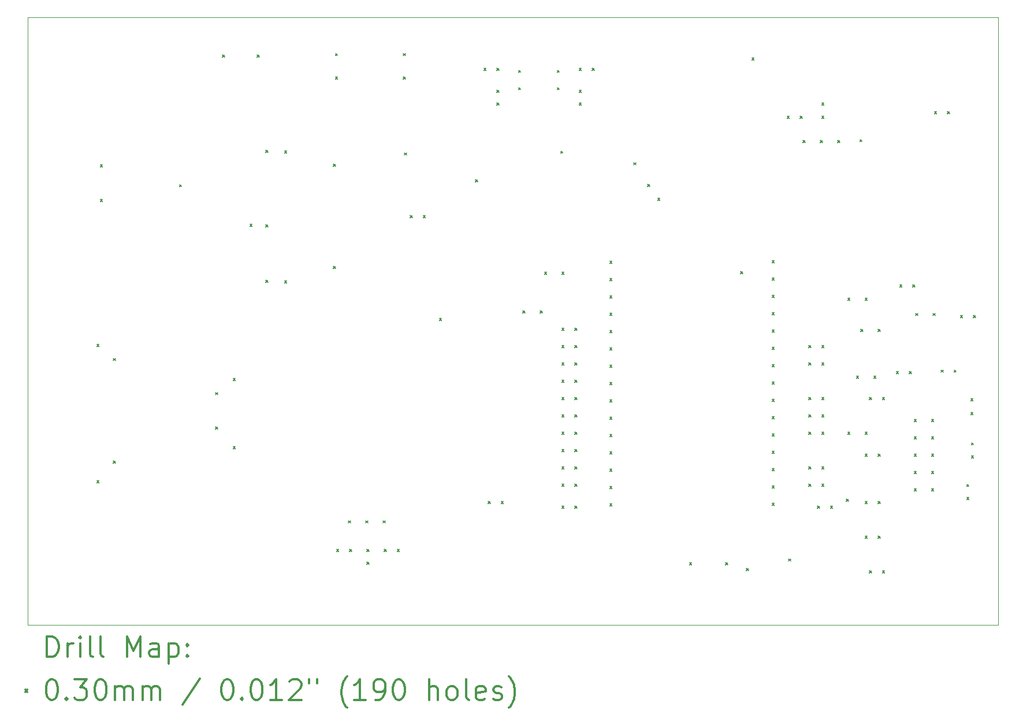
<source format=gbr>
%FSLAX45Y45*%
G04 Gerber Fmt 4.5, Leading zero omitted, Abs format (unit mm)*
G04 Created by KiCad (PCBNEW (6.0.0-rc1-dev-1444-gad0d9f8df)) date 02/01/2019 13:45:16*
%MOMM*%
%LPD*%
G04 APERTURE LIST*
%ADD10C,0.050000*%
%ADD11C,0.200000*%
%ADD12C,0.300000*%
G04 APERTURE END LIST*
D10*
X10950000Y-4250000D02*
X25180000Y-4250000D01*
X25180000Y-13160000D02*
X25180000Y-4250000D01*
X10950000Y-13160000D02*
X25180000Y-13160000D01*
X10950000Y-4250000D02*
X10950000Y-13160000D01*
D11*
X14209000Y-7287500D02*
X14239000Y-7317500D01*
X14239000Y-7287500D02*
X14209000Y-7317500D01*
X14717000Y-6208000D02*
X14747000Y-6238000D01*
X14747000Y-6208000D02*
X14717000Y-6238000D01*
X14717000Y-8113000D02*
X14747000Y-8143000D01*
X14747000Y-8113000D02*
X14717000Y-8143000D01*
X15479000Y-12050000D02*
X15509000Y-12080000D01*
X15509000Y-12050000D02*
X15479000Y-12080000D01*
X15669500Y-12050000D02*
X15699500Y-12080000D01*
X15699500Y-12050000D02*
X15669500Y-12080000D01*
X15923500Y-12050000D02*
X15953500Y-12080000D01*
X15953500Y-12050000D02*
X15923500Y-12080000D01*
X15923500Y-12240500D02*
X15953500Y-12270500D01*
X15953500Y-12240500D02*
X15923500Y-12270500D01*
X16177500Y-12050000D02*
X16207500Y-12080000D01*
X16207500Y-12050000D02*
X16177500Y-12080000D01*
X16368000Y-12050000D02*
X16398000Y-12080000D01*
X16398000Y-12050000D02*
X16368000Y-12080000D01*
X16558500Y-7160500D02*
X16588500Y-7190500D01*
X16588500Y-7160500D02*
X16558500Y-7190500D01*
X16749000Y-7160500D02*
X16779000Y-7190500D01*
X16779000Y-7160500D02*
X16749000Y-7190500D01*
X16985000Y-8665000D02*
X17015000Y-8695000D01*
X17015000Y-8665000D02*
X16985000Y-8695000D01*
X17516880Y-6632590D02*
X17546880Y-6662590D01*
X17546880Y-6632590D02*
X17516880Y-6662590D01*
X17638000Y-5001500D02*
X17668000Y-5031500D01*
X17668000Y-5001500D02*
X17638000Y-5031500D01*
X17701500Y-11351500D02*
X17731500Y-11381500D01*
X17731500Y-11351500D02*
X17701500Y-11381500D01*
X17828500Y-5001500D02*
X17858500Y-5031500D01*
X17858500Y-5001500D02*
X17828500Y-5031500D01*
X17828500Y-5319000D02*
X17858500Y-5349000D01*
X17858500Y-5319000D02*
X17828500Y-5349000D01*
X17828500Y-5509500D02*
X17858500Y-5539500D01*
X17858500Y-5509500D02*
X17828500Y-5539500D01*
X17892000Y-11351500D02*
X17922000Y-11381500D01*
X17922000Y-11351500D02*
X17892000Y-11381500D01*
X18765000Y-6215000D02*
X18795000Y-6245000D01*
X18795000Y-6215000D02*
X18765000Y-6245000D01*
X18781000Y-8811500D02*
X18811000Y-8841500D01*
X18811000Y-8811500D02*
X18781000Y-8841500D01*
X18781000Y-9065500D02*
X18811000Y-9095500D01*
X18811000Y-9065500D02*
X18781000Y-9095500D01*
X18781000Y-9319500D02*
X18811000Y-9349500D01*
X18811000Y-9319500D02*
X18781000Y-9349500D01*
X18781000Y-9573500D02*
X18811000Y-9603500D01*
X18811000Y-9573500D02*
X18781000Y-9603500D01*
X18781000Y-9827500D02*
X18811000Y-9857500D01*
X18811000Y-9827500D02*
X18781000Y-9857500D01*
X18781000Y-10081500D02*
X18811000Y-10111500D01*
X18811000Y-10081500D02*
X18781000Y-10111500D01*
X18781000Y-10335500D02*
X18811000Y-10365500D01*
X18811000Y-10335500D02*
X18781000Y-10365500D01*
X18781000Y-10589500D02*
X18811000Y-10619500D01*
X18811000Y-10589500D02*
X18781000Y-10619500D01*
X18781000Y-10843500D02*
X18811000Y-10873500D01*
X18811000Y-10843500D02*
X18781000Y-10873500D01*
X18781000Y-11097500D02*
X18811000Y-11127500D01*
X18811000Y-11097500D02*
X18781000Y-11127500D01*
X18781000Y-11415000D02*
X18811000Y-11445000D01*
X18811000Y-11415000D02*
X18781000Y-11445000D01*
X18971500Y-8811500D02*
X19001500Y-8841500D01*
X19001500Y-8811500D02*
X18971500Y-8841500D01*
X18971500Y-9065500D02*
X19001500Y-9095500D01*
X19001500Y-9065500D02*
X18971500Y-9095500D01*
X18971500Y-9319500D02*
X19001500Y-9349500D01*
X19001500Y-9319500D02*
X18971500Y-9349500D01*
X18971500Y-9573500D02*
X19001500Y-9603500D01*
X19001500Y-9573500D02*
X18971500Y-9603500D01*
X18971500Y-9827500D02*
X19001500Y-9857500D01*
X19001500Y-9827500D02*
X18971500Y-9857500D01*
X18971500Y-10081500D02*
X19001500Y-10111500D01*
X19001500Y-10081500D02*
X18971500Y-10111500D01*
X18971500Y-10335500D02*
X19001500Y-10365500D01*
X19001500Y-10335500D02*
X18971500Y-10365500D01*
X18971500Y-10589500D02*
X19001500Y-10619500D01*
X19001500Y-10589500D02*
X18971500Y-10619500D01*
X18971500Y-10843500D02*
X19001500Y-10873500D01*
X19001500Y-10843500D02*
X18971500Y-10873500D01*
X18971500Y-11097500D02*
X19001500Y-11127500D01*
X19001500Y-11097500D02*
X18971500Y-11127500D01*
X18971500Y-11415000D02*
X19001500Y-11445000D01*
X19001500Y-11415000D02*
X18971500Y-11445000D01*
X19035000Y-5001500D02*
X19065000Y-5031500D01*
X19065000Y-5001500D02*
X19035000Y-5031500D01*
X19035000Y-5319000D02*
X19065000Y-5349000D01*
X19065000Y-5319000D02*
X19035000Y-5349000D01*
X19035000Y-5509500D02*
X19065000Y-5539500D01*
X19065000Y-5509500D02*
X19035000Y-5539500D01*
X19225500Y-5001500D02*
X19255500Y-5031500D01*
X19255500Y-5001500D02*
X19225500Y-5031500D01*
X19835000Y-6385000D02*
X19865000Y-6415000D01*
X19865000Y-6385000D02*
X19835000Y-6415000D01*
X20039910Y-6703530D02*
X20069910Y-6733530D01*
X20069910Y-6703530D02*
X20039910Y-6733530D01*
X20184760Y-6904920D02*
X20214760Y-6934920D01*
X20214760Y-6904920D02*
X20184760Y-6934920D01*
X20652660Y-12248490D02*
X20682660Y-12278490D01*
X20682660Y-12248490D02*
X20652660Y-12278490D01*
X21181140Y-12248490D02*
X21211140Y-12278490D01*
X21211140Y-12248490D02*
X21181140Y-12278490D01*
X21400210Y-7980230D02*
X21430210Y-8010230D01*
X21430210Y-7980230D02*
X21400210Y-8010230D01*
X21484870Y-12332170D02*
X21514870Y-12362170D01*
X21514870Y-12332170D02*
X21484870Y-12362170D01*
X21565000Y-4845000D02*
X21595000Y-4875000D01*
X21595000Y-4845000D02*
X21565000Y-4875000D01*
X22083000Y-5700000D02*
X22113000Y-5730000D01*
X22113000Y-5700000D02*
X22083000Y-5730000D01*
X22103020Y-12190490D02*
X22133020Y-12220490D01*
X22133020Y-12190490D02*
X22103020Y-12220490D01*
X22273500Y-5700000D02*
X22303500Y-5730000D01*
X22303500Y-5700000D02*
X22273500Y-5730000D01*
X22400500Y-9065500D02*
X22430500Y-9095500D01*
X22430500Y-9065500D02*
X22400500Y-9095500D01*
X22400500Y-9319500D02*
X22430500Y-9349500D01*
X22430500Y-9319500D02*
X22400500Y-9349500D01*
X22400500Y-9827500D02*
X22430500Y-9857500D01*
X22430500Y-9827500D02*
X22400500Y-9857500D01*
X22400500Y-10081500D02*
X22430500Y-10111500D01*
X22430500Y-10081500D02*
X22400500Y-10111500D01*
X22400500Y-10335500D02*
X22430500Y-10365500D01*
X22430500Y-10335500D02*
X22400500Y-10365500D01*
X22400500Y-10843500D02*
X22430500Y-10873500D01*
X22430500Y-10843500D02*
X22400500Y-10873500D01*
X22400500Y-11097500D02*
X22430500Y-11127500D01*
X22430500Y-11097500D02*
X22400500Y-11127500D01*
X22527500Y-11415000D02*
X22557500Y-11445000D01*
X22557500Y-11415000D02*
X22527500Y-11445000D01*
X22591000Y-5509500D02*
X22621000Y-5539500D01*
X22621000Y-5509500D02*
X22591000Y-5539500D01*
X22591000Y-5700000D02*
X22621000Y-5730000D01*
X22621000Y-5700000D02*
X22591000Y-5730000D01*
X22591000Y-9065500D02*
X22621000Y-9095500D01*
X22621000Y-9065500D02*
X22591000Y-9095500D01*
X22591000Y-9319500D02*
X22621000Y-9349500D01*
X22621000Y-9319500D02*
X22591000Y-9349500D01*
X22591000Y-9827500D02*
X22621000Y-9857500D01*
X22621000Y-9827500D02*
X22591000Y-9857500D01*
X22591000Y-10081500D02*
X22621000Y-10111500D01*
X22621000Y-10081500D02*
X22591000Y-10111500D01*
X22591000Y-10335500D02*
X22621000Y-10365500D01*
X22621000Y-10335500D02*
X22591000Y-10365500D01*
X22591000Y-10843500D02*
X22621000Y-10873500D01*
X22621000Y-10843500D02*
X22591000Y-10873500D01*
X22591000Y-11097500D02*
X22621000Y-11127500D01*
X22621000Y-11097500D02*
X22591000Y-11127500D01*
X22718000Y-11415000D02*
X22748000Y-11445000D01*
X22748000Y-11415000D02*
X22718000Y-11445000D01*
X22950610Y-11316140D02*
X22980610Y-11346140D01*
X22980610Y-11316140D02*
X22950610Y-11346140D01*
X23151910Y-6044850D02*
X23181910Y-6074850D01*
X23181910Y-6044850D02*
X23151910Y-6074850D01*
X23226000Y-10653000D02*
X23256000Y-10683000D01*
X23256000Y-10653000D02*
X23226000Y-10683000D01*
X23226000Y-11351500D02*
X23256000Y-11381500D01*
X23256000Y-11351500D02*
X23226000Y-11381500D01*
X23226000Y-11859500D02*
X23256000Y-11889500D01*
X23256000Y-11859500D02*
X23226000Y-11889500D01*
X23289500Y-9827500D02*
X23319500Y-9857500D01*
X23319500Y-9827500D02*
X23289500Y-9857500D01*
X23289500Y-12367500D02*
X23319500Y-12397500D01*
X23319500Y-12367500D02*
X23289500Y-12397500D01*
X23416500Y-10653000D02*
X23446500Y-10683000D01*
X23446500Y-10653000D02*
X23416500Y-10683000D01*
X23416500Y-11351500D02*
X23446500Y-11381500D01*
X23446500Y-11351500D02*
X23416500Y-11381500D01*
X23416500Y-11859500D02*
X23446500Y-11889500D01*
X23446500Y-11859500D02*
X23416500Y-11889500D01*
X23480000Y-9827500D02*
X23510000Y-9857500D01*
X23510000Y-9827500D02*
X23480000Y-9857500D01*
X23480000Y-12367500D02*
X23510000Y-12397500D01*
X23510000Y-12367500D02*
X23480000Y-12397500D01*
X23683800Y-9442520D02*
X23713800Y-9472520D01*
X23713800Y-9442520D02*
X23683800Y-9472520D01*
X23734000Y-8176500D02*
X23764000Y-8206500D01*
X23764000Y-8176500D02*
X23734000Y-8206500D01*
X23874300Y-9442520D02*
X23904300Y-9472520D01*
X23904300Y-9442520D02*
X23874300Y-9472520D01*
X23924500Y-8176500D02*
X23954500Y-8206500D01*
X23954500Y-8176500D02*
X23924500Y-8206500D01*
X24242000Y-5636500D02*
X24272000Y-5666500D01*
X24272000Y-5636500D02*
X24242000Y-5666500D01*
X24339500Y-9425060D02*
X24369500Y-9455060D01*
X24369500Y-9425060D02*
X24339500Y-9455060D01*
X24432500Y-5636500D02*
X24462500Y-5666500D01*
X24462500Y-5636500D02*
X24432500Y-5666500D01*
X24530000Y-9425060D02*
X24560000Y-9455060D01*
X24560000Y-9425060D02*
X24530000Y-9455060D01*
X24623000Y-8621000D02*
X24653000Y-8651000D01*
X24653000Y-8621000D02*
X24623000Y-8651000D01*
X24715300Y-11099300D02*
X24745300Y-11129300D01*
X24745300Y-11099300D02*
X24715300Y-11129300D01*
X24715300Y-11289800D02*
X24745300Y-11319800D01*
X24745300Y-11289800D02*
X24715300Y-11319800D01*
X24775400Y-9840200D02*
X24805400Y-9870200D01*
X24805400Y-9840200D02*
X24775400Y-9870200D01*
X24775400Y-10043400D02*
X24805400Y-10073400D01*
X24805400Y-10043400D02*
X24775400Y-10073400D01*
X24785400Y-10490200D02*
X24815400Y-10520200D01*
X24815400Y-10490200D02*
X24785400Y-10520200D01*
X24785400Y-10680700D02*
X24815400Y-10710700D01*
X24815400Y-10680700D02*
X24785400Y-10710700D01*
X24813500Y-8621000D02*
X24843500Y-8651000D01*
X24843500Y-8621000D02*
X24813500Y-8651000D01*
X18715000Y-5031000D02*
X18745000Y-5061000D01*
X18745000Y-5031000D02*
X18715000Y-5061000D01*
X18715000Y-5285000D02*
X18745000Y-5315000D01*
X18745000Y-5285000D02*
X18715000Y-5315000D01*
X13175000Y-6705000D02*
X13205000Y-6735000D01*
X13205000Y-6705000D02*
X13175000Y-6735000D01*
X15655000Y-11635000D02*
X15685000Y-11665000D01*
X15685000Y-11635000D02*
X15655000Y-11665000D01*
X15909000Y-11635000D02*
X15939000Y-11665000D01*
X15939000Y-11635000D02*
X15909000Y-11665000D01*
X16163000Y-11635000D02*
X16193000Y-11665000D01*
X16193000Y-11635000D02*
X16163000Y-11665000D01*
X23162500Y-8824200D02*
X23192500Y-8854200D01*
X23192500Y-8824200D02*
X23162500Y-8854200D01*
X23416500Y-8824200D02*
X23446500Y-8854200D01*
X23446500Y-8824200D02*
X23416500Y-8854200D01*
X14440400Y-6200800D02*
X14470400Y-6230800D01*
X14470400Y-6200800D02*
X14440400Y-6230800D01*
X14440400Y-7293000D02*
X14470400Y-7323000D01*
X14470400Y-7293000D02*
X14440400Y-7323000D01*
X14440400Y-8105800D02*
X14470400Y-8135800D01*
X14470400Y-8105800D02*
X14440400Y-8135800D01*
X15431000Y-6404000D02*
X15461000Y-6434000D01*
X15461000Y-6404000D02*
X15431000Y-6434000D01*
X15431000Y-7902600D02*
X15461000Y-7932600D01*
X15461000Y-7902600D02*
X15431000Y-7932600D01*
X18145000Y-5031000D02*
X18175000Y-5061000D01*
X18175000Y-5031000D02*
X18145000Y-5061000D01*
X18145000Y-5285000D02*
X18175000Y-5315000D01*
X18175000Y-5285000D02*
X18145000Y-5315000D01*
X13807000Y-4805000D02*
X13837000Y-4835000D01*
X13837000Y-4805000D02*
X13807000Y-4835000D01*
X14315000Y-4805000D02*
X14345000Y-4835000D01*
X14345000Y-4805000D02*
X14315000Y-4835000D01*
X23965000Y-8595000D02*
X23995000Y-8625000D01*
X23995000Y-8595000D02*
X23965000Y-8625000D01*
X24219000Y-8595000D02*
X24249000Y-8625000D01*
X24249000Y-8595000D02*
X24219000Y-8625000D01*
X22972000Y-8367000D02*
X23002000Y-8397000D01*
X23002000Y-8367000D02*
X22972000Y-8397000D01*
X23226000Y-8367000D02*
X23256000Y-8397000D01*
X23256000Y-8367000D02*
X23226000Y-8397000D01*
X18209500Y-8557500D02*
X18239500Y-8587500D01*
X18239500Y-8557500D02*
X18209500Y-8587500D01*
X18463500Y-8557500D02*
X18493500Y-8587500D01*
X18493500Y-8557500D02*
X18463500Y-8587500D01*
X22972000Y-10335500D02*
X23002000Y-10365500D01*
X23002000Y-10335500D02*
X22972000Y-10365500D01*
X23226000Y-10335500D02*
X23256000Y-10365500D01*
X23256000Y-10335500D02*
X23226000Y-10365500D01*
X18527000Y-7986000D02*
X18557000Y-8016000D01*
X18557000Y-7986000D02*
X18527000Y-8016000D01*
X18781000Y-7986000D02*
X18811000Y-8016000D01*
X18811000Y-7986000D02*
X18781000Y-8016000D01*
X16475000Y-6240000D02*
X16505000Y-6270000D01*
X16505000Y-6240000D02*
X16475000Y-6270000D01*
X22317000Y-6058000D02*
X22347000Y-6088000D01*
X22347000Y-6058000D02*
X22317000Y-6088000D01*
X22571000Y-6058000D02*
X22601000Y-6088000D01*
X22601000Y-6058000D02*
X22571000Y-6088000D01*
X22825000Y-6058000D02*
X22855000Y-6088000D01*
X22855000Y-6058000D02*
X22825000Y-6088000D01*
X12205000Y-9255000D02*
X12235000Y-9285000D01*
X12235000Y-9255000D02*
X12205000Y-9285000D01*
X12205000Y-10755000D02*
X12235000Y-10785000D01*
X12235000Y-10755000D02*
X12205000Y-10785000D01*
X13705000Y-9755000D02*
X13735000Y-9785000D01*
X13735000Y-9755000D02*
X13705000Y-9785000D01*
X13705000Y-10255000D02*
X13735000Y-10285000D01*
X13735000Y-10255000D02*
X13705000Y-10285000D01*
X23099000Y-9510000D02*
X23129000Y-9540000D01*
X23129000Y-9510000D02*
X23099000Y-9540000D01*
X23353000Y-9510000D02*
X23383000Y-9540000D01*
X23383000Y-9510000D02*
X23353000Y-9540000D01*
X19485545Y-7825140D02*
X19515545Y-7855140D01*
X19515545Y-7825140D02*
X19485545Y-7855140D01*
X19485545Y-8079140D02*
X19515545Y-8109140D01*
X19515545Y-8079140D02*
X19485545Y-8109140D01*
X19485545Y-8333140D02*
X19515545Y-8363140D01*
X19515545Y-8333140D02*
X19485545Y-8363140D01*
X19485545Y-8587141D02*
X19515545Y-8617141D01*
X19515545Y-8587141D02*
X19485545Y-8617141D01*
X19485545Y-8841141D02*
X19515545Y-8871141D01*
X19515545Y-8841141D02*
X19485545Y-8871141D01*
X19485545Y-9095141D02*
X19515545Y-9125141D01*
X19515545Y-9095141D02*
X19485545Y-9125141D01*
X19485545Y-9349141D02*
X19515545Y-9379141D01*
X19515545Y-9349141D02*
X19485545Y-9379141D01*
X19485545Y-9603141D02*
X19515545Y-9633141D01*
X19515545Y-9603141D02*
X19485545Y-9633141D01*
X19485545Y-9857141D02*
X19515545Y-9887141D01*
X19515545Y-9857141D02*
X19485545Y-9887141D01*
X19485545Y-10111141D02*
X19515545Y-10141141D01*
X19515545Y-10111141D02*
X19485545Y-10141141D01*
X19485545Y-10365141D02*
X19515545Y-10395141D01*
X19515545Y-10365141D02*
X19485545Y-10395141D01*
X19485545Y-10619141D02*
X19515545Y-10649141D01*
X19515545Y-10619141D02*
X19485545Y-10649141D01*
X19485545Y-10873141D02*
X19515545Y-10903141D01*
X19515545Y-10873141D02*
X19485545Y-10903141D01*
X19485545Y-11127141D02*
X19515545Y-11157141D01*
X19515545Y-11127141D02*
X19485545Y-11157141D01*
X19485545Y-11381140D02*
X19515545Y-11411140D01*
X19515545Y-11381140D02*
X19485545Y-11411140D01*
X21864732Y-7817011D02*
X21894732Y-7847011D01*
X21894732Y-7817011D02*
X21864732Y-7847011D01*
X21864732Y-8071011D02*
X21894732Y-8101011D01*
X21894732Y-8071011D02*
X21864732Y-8101011D01*
X21864732Y-8325011D02*
X21894732Y-8355011D01*
X21894732Y-8325011D02*
X21864732Y-8355011D01*
X21864732Y-8579012D02*
X21894732Y-8609012D01*
X21894732Y-8579012D02*
X21864732Y-8609012D01*
X21864732Y-8833012D02*
X21894732Y-8863012D01*
X21894732Y-8833012D02*
X21864732Y-8863012D01*
X21864732Y-9087012D02*
X21894732Y-9117012D01*
X21894732Y-9087012D02*
X21864732Y-9117012D01*
X21864732Y-9341012D02*
X21894732Y-9371012D01*
X21894732Y-9341012D02*
X21864732Y-9371012D01*
X21864732Y-9595012D02*
X21894732Y-9625012D01*
X21894732Y-9595012D02*
X21864732Y-9625012D01*
X21864732Y-9849012D02*
X21894732Y-9879012D01*
X21894732Y-9849012D02*
X21864732Y-9879012D01*
X21864732Y-10103012D02*
X21894732Y-10133012D01*
X21894732Y-10103012D02*
X21864732Y-10133012D01*
X21864732Y-10357012D02*
X21894732Y-10387012D01*
X21894732Y-10357012D02*
X21864732Y-10387012D01*
X21864732Y-10611012D02*
X21894732Y-10641012D01*
X21894732Y-10611012D02*
X21864732Y-10641012D01*
X21864732Y-10865012D02*
X21894732Y-10895012D01*
X21894732Y-10865012D02*
X21864732Y-10895012D01*
X21864732Y-11119012D02*
X21894732Y-11149012D01*
X21894732Y-11119012D02*
X21864732Y-11149012D01*
X21864732Y-11373011D02*
X21894732Y-11403011D01*
X21894732Y-11373011D02*
X21864732Y-11403011D01*
X23945000Y-10149000D02*
X23975000Y-10179000D01*
X23975000Y-10149000D02*
X23945000Y-10179000D01*
X23945000Y-10403000D02*
X23975000Y-10433000D01*
X23975000Y-10403000D02*
X23945000Y-10433000D01*
X23945000Y-10657000D02*
X23975000Y-10687000D01*
X23975000Y-10657000D02*
X23945000Y-10687000D01*
X23945000Y-10911000D02*
X23975000Y-10941000D01*
X23975000Y-10911000D02*
X23945000Y-10941000D01*
X23945000Y-11165000D02*
X23975000Y-11195000D01*
X23975000Y-11165000D02*
X23945000Y-11195000D01*
X24199000Y-10149000D02*
X24229000Y-10179000D01*
X24229000Y-10149000D02*
X24199000Y-10179000D01*
X24199000Y-10403000D02*
X24229000Y-10433000D01*
X24229000Y-10403000D02*
X24199000Y-10433000D01*
X24199000Y-10657000D02*
X24229000Y-10687000D01*
X24229000Y-10657000D02*
X24199000Y-10687000D01*
X24199000Y-10911000D02*
X24229000Y-10941000D01*
X24229000Y-10911000D02*
X24199000Y-10941000D01*
X24199000Y-11165000D02*
X24229000Y-11195000D01*
X24229000Y-11165000D02*
X24199000Y-11195000D01*
X15463000Y-4785000D02*
X15493000Y-4815000D01*
X15493000Y-4785000D02*
X15463000Y-4815000D01*
X15463000Y-5125000D02*
X15493000Y-5155000D01*
X15493000Y-5125000D02*
X15463000Y-5155000D01*
X16455000Y-4785000D02*
X16485000Y-4815000D01*
X16485000Y-4785000D02*
X16455000Y-4815000D01*
X16455000Y-5125000D02*
X16485000Y-5155000D01*
X16485000Y-5125000D02*
X16455000Y-5155000D01*
X12015000Y-6415000D02*
X12045000Y-6445000D01*
X12045000Y-6415000D02*
X12015000Y-6445000D01*
X12015000Y-6923000D02*
X12045000Y-6953000D01*
X12045000Y-6923000D02*
X12015000Y-6953000D01*
X11965000Y-9045000D02*
X11995000Y-9075000D01*
X11995000Y-9045000D02*
X11965000Y-9075000D01*
X11965000Y-11045000D02*
X11995000Y-11075000D01*
X11995000Y-11045000D02*
X11965000Y-11075000D01*
X13965000Y-9545000D02*
X13995000Y-9575000D01*
X13995000Y-9545000D02*
X13965000Y-9575000D01*
X13965000Y-10545000D02*
X13995000Y-10575000D01*
X13995000Y-10545000D02*
X13965000Y-10575000D01*
D12*
X11233928Y-13628214D02*
X11233928Y-13328214D01*
X11305357Y-13328214D01*
X11348214Y-13342500D01*
X11376786Y-13371071D01*
X11391071Y-13399643D01*
X11405357Y-13456786D01*
X11405357Y-13499643D01*
X11391071Y-13556786D01*
X11376786Y-13585357D01*
X11348214Y-13613929D01*
X11305357Y-13628214D01*
X11233928Y-13628214D01*
X11533928Y-13628214D02*
X11533928Y-13428214D01*
X11533928Y-13485357D02*
X11548214Y-13456786D01*
X11562500Y-13442500D01*
X11591071Y-13428214D01*
X11619643Y-13428214D01*
X11719643Y-13628214D02*
X11719643Y-13428214D01*
X11719643Y-13328214D02*
X11705357Y-13342500D01*
X11719643Y-13356786D01*
X11733928Y-13342500D01*
X11719643Y-13328214D01*
X11719643Y-13356786D01*
X11905357Y-13628214D02*
X11876786Y-13613929D01*
X11862500Y-13585357D01*
X11862500Y-13328214D01*
X12062500Y-13628214D02*
X12033928Y-13613929D01*
X12019643Y-13585357D01*
X12019643Y-13328214D01*
X12405357Y-13628214D02*
X12405357Y-13328214D01*
X12505357Y-13542500D01*
X12605357Y-13328214D01*
X12605357Y-13628214D01*
X12876786Y-13628214D02*
X12876786Y-13471071D01*
X12862500Y-13442500D01*
X12833928Y-13428214D01*
X12776786Y-13428214D01*
X12748214Y-13442500D01*
X12876786Y-13613929D02*
X12848214Y-13628214D01*
X12776786Y-13628214D01*
X12748214Y-13613929D01*
X12733928Y-13585357D01*
X12733928Y-13556786D01*
X12748214Y-13528214D01*
X12776786Y-13513929D01*
X12848214Y-13513929D01*
X12876786Y-13499643D01*
X13019643Y-13428214D02*
X13019643Y-13728214D01*
X13019643Y-13442500D02*
X13048214Y-13428214D01*
X13105357Y-13428214D01*
X13133928Y-13442500D01*
X13148214Y-13456786D01*
X13162500Y-13485357D01*
X13162500Y-13571071D01*
X13148214Y-13599643D01*
X13133928Y-13613929D01*
X13105357Y-13628214D01*
X13048214Y-13628214D01*
X13019643Y-13613929D01*
X13291071Y-13599643D02*
X13305357Y-13613929D01*
X13291071Y-13628214D01*
X13276786Y-13613929D01*
X13291071Y-13599643D01*
X13291071Y-13628214D01*
X13291071Y-13442500D02*
X13305357Y-13456786D01*
X13291071Y-13471071D01*
X13276786Y-13456786D01*
X13291071Y-13442500D01*
X13291071Y-13471071D01*
X10917500Y-14107500D02*
X10947500Y-14137500D01*
X10947500Y-14107500D02*
X10917500Y-14137500D01*
X11291071Y-13958214D02*
X11319643Y-13958214D01*
X11348214Y-13972500D01*
X11362500Y-13986786D01*
X11376786Y-14015357D01*
X11391071Y-14072500D01*
X11391071Y-14143929D01*
X11376786Y-14201071D01*
X11362500Y-14229643D01*
X11348214Y-14243929D01*
X11319643Y-14258214D01*
X11291071Y-14258214D01*
X11262500Y-14243929D01*
X11248214Y-14229643D01*
X11233928Y-14201071D01*
X11219643Y-14143929D01*
X11219643Y-14072500D01*
X11233928Y-14015357D01*
X11248214Y-13986786D01*
X11262500Y-13972500D01*
X11291071Y-13958214D01*
X11519643Y-14229643D02*
X11533928Y-14243929D01*
X11519643Y-14258214D01*
X11505357Y-14243929D01*
X11519643Y-14229643D01*
X11519643Y-14258214D01*
X11633928Y-13958214D02*
X11819643Y-13958214D01*
X11719643Y-14072500D01*
X11762500Y-14072500D01*
X11791071Y-14086786D01*
X11805357Y-14101071D01*
X11819643Y-14129643D01*
X11819643Y-14201071D01*
X11805357Y-14229643D01*
X11791071Y-14243929D01*
X11762500Y-14258214D01*
X11676786Y-14258214D01*
X11648214Y-14243929D01*
X11633928Y-14229643D01*
X12005357Y-13958214D02*
X12033928Y-13958214D01*
X12062500Y-13972500D01*
X12076786Y-13986786D01*
X12091071Y-14015357D01*
X12105357Y-14072500D01*
X12105357Y-14143929D01*
X12091071Y-14201071D01*
X12076786Y-14229643D01*
X12062500Y-14243929D01*
X12033928Y-14258214D01*
X12005357Y-14258214D01*
X11976786Y-14243929D01*
X11962500Y-14229643D01*
X11948214Y-14201071D01*
X11933928Y-14143929D01*
X11933928Y-14072500D01*
X11948214Y-14015357D01*
X11962500Y-13986786D01*
X11976786Y-13972500D01*
X12005357Y-13958214D01*
X12233928Y-14258214D02*
X12233928Y-14058214D01*
X12233928Y-14086786D02*
X12248214Y-14072500D01*
X12276786Y-14058214D01*
X12319643Y-14058214D01*
X12348214Y-14072500D01*
X12362500Y-14101071D01*
X12362500Y-14258214D01*
X12362500Y-14101071D02*
X12376786Y-14072500D01*
X12405357Y-14058214D01*
X12448214Y-14058214D01*
X12476786Y-14072500D01*
X12491071Y-14101071D01*
X12491071Y-14258214D01*
X12633928Y-14258214D02*
X12633928Y-14058214D01*
X12633928Y-14086786D02*
X12648214Y-14072500D01*
X12676786Y-14058214D01*
X12719643Y-14058214D01*
X12748214Y-14072500D01*
X12762500Y-14101071D01*
X12762500Y-14258214D01*
X12762500Y-14101071D02*
X12776786Y-14072500D01*
X12805357Y-14058214D01*
X12848214Y-14058214D01*
X12876786Y-14072500D01*
X12891071Y-14101071D01*
X12891071Y-14258214D01*
X13476786Y-13943929D02*
X13219643Y-14329643D01*
X13862500Y-13958214D02*
X13891071Y-13958214D01*
X13919643Y-13972500D01*
X13933928Y-13986786D01*
X13948214Y-14015357D01*
X13962500Y-14072500D01*
X13962500Y-14143929D01*
X13948214Y-14201071D01*
X13933928Y-14229643D01*
X13919643Y-14243929D01*
X13891071Y-14258214D01*
X13862500Y-14258214D01*
X13833928Y-14243929D01*
X13819643Y-14229643D01*
X13805357Y-14201071D01*
X13791071Y-14143929D01*
X13791071Y-14072500D01*
X13805357Y-14015357D01*
X13819643Y-13986786D01*
X13833928Y-13972500D01*
X13862500Y-13958214D01*
X14091071Y-14229643D02*
X14105357Y-14243929D01*
X14091071Y-14258214D01*
X14076786Y-14243929D01*
X14091071Y-14229643D01*
X14091071Y-14258214D01*
X14291071Y-13958214D02*
X14319643Y-13958214D01*
X14348214Y-13972500D01*
X14362500Y-13986786D01*
X14376786Y-14015357D01*
X14391071Y-14072500D01*
X14391071Y-14143929D01*
X14376786Y-14201071D01*
X14362500Y-14229643D01*
X14348214Y-14243929D01*
X14319643Y-14258214D01*
X14291071Y-14258214D01*
X14262500Y-14243929D01*
X14248214Y-14229643D01*
X14233928Y-14201071D01*
X14219643Y-14143929D01*
X14219643Y-14072500D01*
X14233928Y-14015357D01*
X14248214Y-13986786D01*
X14262500Y-13972500D01*
X14291071Y-13958214D01*
X14676786Y-14258214D02*
X14505357Y-14258214D01*
X14591071Y-14258214D02*
X14591071Y-13958214D01*
X14562500Y-14001071D01*
X14533928Y-14029643D01*
X14505357Y-14043929D01*
X14791071Y-13986786D02*
X14805357Y-13972500D01*
X14833928Y-13958214D01*
X14905357Y-13958214D01*
X14933928Y-13972500D01*
X14948214Y-13986786D01*
X14962500Y-14015357D01*
X14962500Y-14043929D01*
X14948214Y-14086786D01*
X14776786Y-14258214D01*
X14962500Y-14258214D01*
X15076786Y-13958214D02*
X15076786Y-14015357D01*
X15191071Y-13958214D02*
X15191071Y-14015357D01*
X15633928Y-14372500D02*
X15619643Y-14358214D01*
X15591071Y-14315357D01*
X15576786Y-14286786D01*
X15562500Y-14243929D01*
X15548214Y-14172500D01*
X15548214Y-14115357D01*
X15562500Y-14043929D01*
X15576786Y-14001071D01*
X15591071Y-13972500D01*
X15619643Y-13929643D01*
X15633928Y-13915357D01*
X15905357Y-14258214D02*
X15733928Y-14258214D01*
X15819643Y-14258214D02*
X15819643Y-13958214D01*
X15791071Y-14001071D01*
X15762500Y-14029643D01*
X15733928Y-14043929D01*
X16048214Y-14258214D02*
X16105357Y-14258214D01*
X16133928Y-14243929D01*
X16148214Y-14229643D01*
X16176786Y-14186786D01*
X16191071Y-14129643D01*
X16191071Y-14015357D01*
X16176786Y-13986786D01*
X16162500Y-13972500D01*
X16133928Y-13958214D01*
X16076786Y-13958214D01*
X16048214Y-13972500D01*
X16033928Y-13986786D01*
X16019643Y-14015357D01*
X16019643Y-14086786D01*
X16033928Y-14115357D01*
X16048214Y-14129643D01*
X16076786Y-14143929D01*
X16133928Y-14143929D01*
X16162500Y-14129643D01*
X16176786Y-14115357D01*
X16191071Y-14086786D01*
X16376786Y-13958214D02*
X16405357Y-13958214D01*
X16433928Y-13972500D01*
X16448214Y-13986786D01*
X16462500Y-14015357D01*
X16476786Y-14072500D01*
X16476786Y-14143929D01*
X16462500Y-14201071D01*
X16448214Y-14229643D01*
X16433928Y-14243929D01*
X16405357Y-14258214D01*
X16376786Y-14258214D01*
X16348214Y-14243929D01*
X16333928Y-14229643D01*
X16319643Y-14201071D01*
X16305357Y-14143929D01*
X16305357Y-14072500D01*
X16319643Y-14015357D01*
X16333928Y-13986786D01*
X16348214Y-13972500D01*
X16376786Y-13958214D01*
X16833928Y-14258214D02*
X16833928Y-13958214D01*
X16962500Y-14258214D02*
X16962500Y-14101071D01*
X16948214Y-14072500D01*
X16919643Y-14058214D01*
X16876786Y-14058214D01*
X16848214Y-14072500D01*
X16833928Y-14086786D01*
X17148214Y-14258214D02*
X17119643Y-14243929D01*
X17105357Y-14229643D01*
X17091071Y-14201071D01*
X17091071Y-14115357D01*
X17105357Y-14086786D01*
X17119643Y-14072500D01*
X17148214Y-14058214D01*
X17191071Y-14058214D01*
X17219643Y-14072500D01*
X17233928Y-14086786D01*
X17248214Y-14115357D01*
X17248214Y-14201071D01*
X17233928Y-14229643D01*
X17219643Y-14243929D01*
X17191071Y-14258214D01*
X17148214Y-14258214D01*
X17419643Y-14258214D02*
X17391071Y-14243929D01*
X17376786Y-14215357D01*
X17376786Y-13958214D01*
X17648214Y-14243929D02*
X17619643Y-14258214D01*
X17562500Y-14258214D01*
X17533928Y-14243929D01*
X17519643Y-14215357D01*
X17519643Y-14101071D01*
X17533928Y-14072500D01*
X17562500Y-14058214D01*
X17619643Y-14058214D01*
X17648214Y-14072500D01*
X17662500Y-14101071D01*
X17662500Y-14129643D01*
X17519643Y-14158214D01*
X17776786Y-14243929D02*
X17805357Y-14258214D01*
X17862500Y-14258214D01*
X17891071Y-14243929D01*
X17905357Y-14215357D01*
X17905357Y-14201071D01*
X17891071Y-14172500D01*
X17862500Y-14158214D01*
X17819643Y-14158214D01*
X17791071Y-14143929D01*
X17776786Y-14115357D01*
X17776786Y-14101071D01*
X17791071Y-14072500D01*
X17819643Y-14058214D01*
X17862500Y-14058214D01*
X17891071Y-14072500D01*
X18005357Y-14372500D02*
X18019643Y-14358214D01*
X18048214Y-14315357D01*
X18062500Y-14286786D01*
X18076786Y-14243929D01*
X18091071Y-14172500D01*
X18091071Y-14115357D01*
X18076786Y-14043929D01*
X18062500Y-14001071D01*
X18048214Y-13972500D01*
X18019643Y-13929643D01*
X18005357Y-13915357D01*
M02*

</source>
